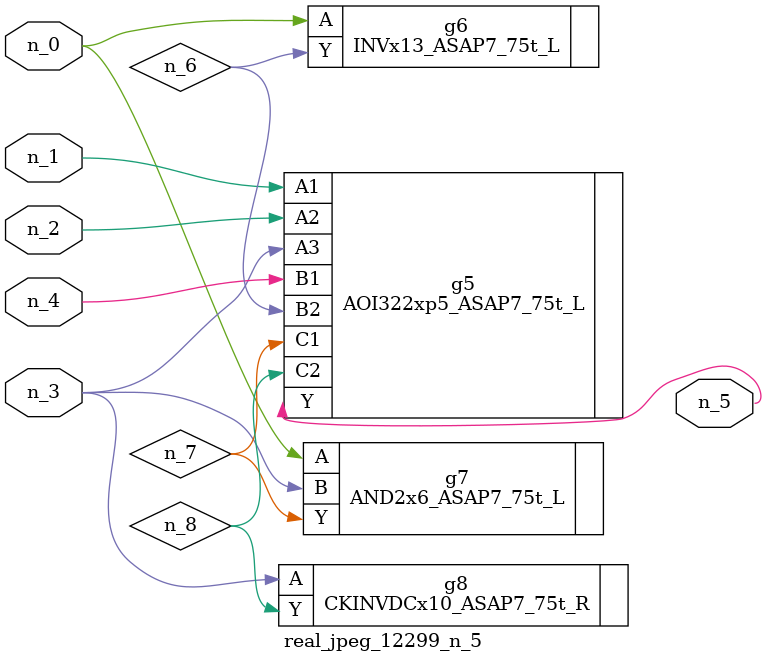
<source format=v>
module real_jpeg_12299_n_5 (n_4, n_0, n_1, n_2, n_3, n_5);

input n_4;
input n_0;
input n_1;
input n_2;
input n_3;

output n_5;

wire n_8;
wire n_6;
wire n_7;

INVx13_ASAP7_75t_L g6 ( 
.A(n_0),
.Y(n_6)
);

AND2x6_ASAP7_75t_L g7 ( 
.A(n_0),
.B(n_3),
.Y(n_7)
);

AOI322xp5_ASAP7_75t_L g5 ( 
.A1(n_1),
.A2(n_2),
.A3(n_3),
.B1(n_4),
.B2(n_6),
.C1(n_7),
.C2(n_8),
.Y(n_5)
);

CKINVDCx10_ASAP7_75t_R g8 ( 
.A(n_3),
.Y(n_8)
);


endmodule
</source>
